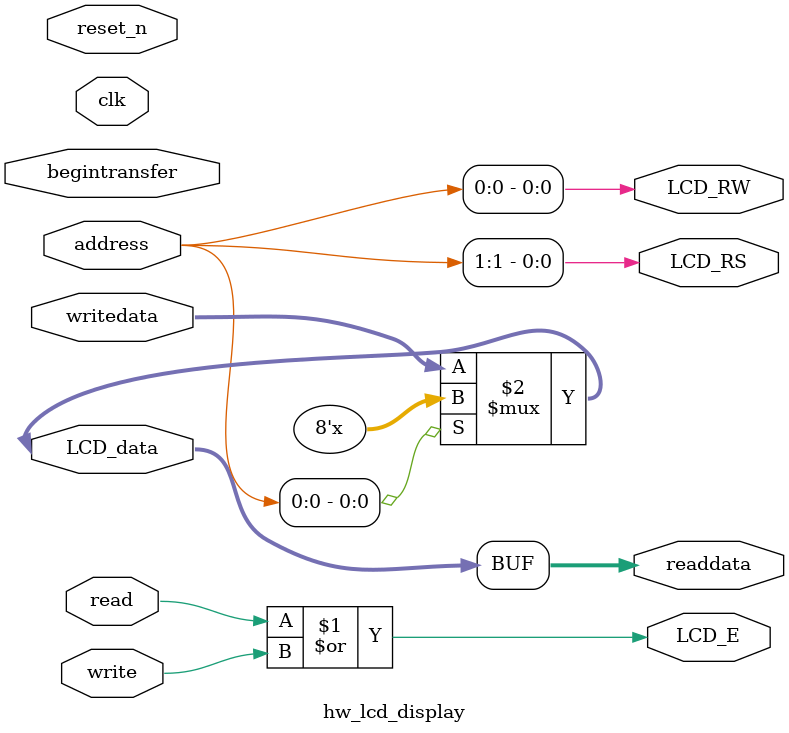
<source format=v>

`timescale 1ns / 1ps
// synthesis translate_on

// turn off superfluous verilog processor warnings 
// altera message_level Level1 
// altera message_off 10034 10035 10036 10037 10230 10240 10030 

module hw_lcd_display (
                        // inputs:
                         address,
                         begintransfer,
                         clk,
                         read,
                         reset_n,
                         write,
                         writedata,

                        // outputs:
                         LCD_E,
                         LCD_RS,
                         LCD_RW,
                         LCD_data,
                         readdata
                      )
;

  output           LCD_E;
  output           LCD_RS;
  output           LCD_RW;
  inout   [  7: 0] LCD_data;
  output  [  7: 0] readdata;
  input   [  1: 0] address;
  input            begintransfer;
  input            clk;
  input            read;
  input            reset_n;
  input            write;
  input   [  7: 0] writedata;

  wire             LCD_E;
  wire             LCD_RS;
  wire             LCD_RW;
  wire    [  7: 0] LCD_data;
  wire    [  7: 0] readdata;
  assign LCD_RW = address[0];
  assign LCD_RS = address[1];
  assign LCD_E = read | write;
  assign LCD_data = (address[0]) ? {8{1'bz}} : writedata;
  assign readdata = LCD_data;
  //control_slave, which is an e_avalon_slave

endmodule


</source>
